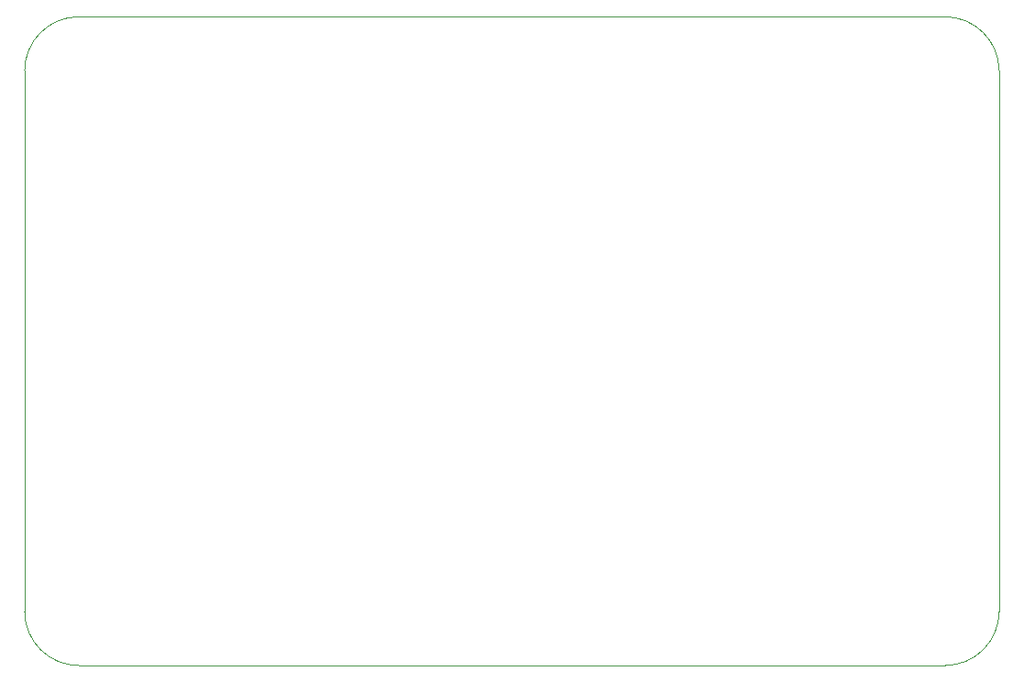
<source format=gbr>
%TF.GenerationSoftware,KiCad,Pcbnew,(5.1.8)-1*%
%TF.CreationDate,2021-02-22T19:15:18+01:00*%
%TF.ProjectId,psu,7073752e-6b69-4636-9164-5f7063625858,rev?*%
%TF.SameCoordinates,Original*%
%TF.FileFunction,Profile,NP*%
%FSLAX46Y46*%
G04 Gerber Fmt 4.6, Leading zero omitted, Abs format (unit mm)*
G04 Created by KiCad (PCBNEW (5.1.8)-1) date 2021-02-22 19:15:18*
%MOMM*%
%LPD*%
G01*
G04 APERTURE LIST*
%TA.AperFunction,Profile*%
%ADD10C,0.050000*%
%TD*%
G04 APERTURE END LIST*
D10*
X85000000Y-110000000D02*
G75*
G02*
X80000000Y-105000000I0J5000000D01*
G01*
X170000000Y-105000000D02*
G75*
G02*
X165000000Y-110000000I-5000000J0D01*
G01*
X165000000Y-50000000D02*
G75*
G02*
X170000000Y-55000000I0J-5000000D01*
G01*
X80000000Y-55000000D02*
G75*
G02*
X85000000Y-50000000I5000000J0D01*
G01*
X170000000Y-55000000D02*
X170000000Y-105000000D01*
X85000000Y-110000000D02*
X165000000Y-110000000D01*
X85000000Y-50000000D02*
X165000000Y-50000000D01*
X80000000Y-55000000D02*
X80000000Y-105000000D01*
M02*

</source>
